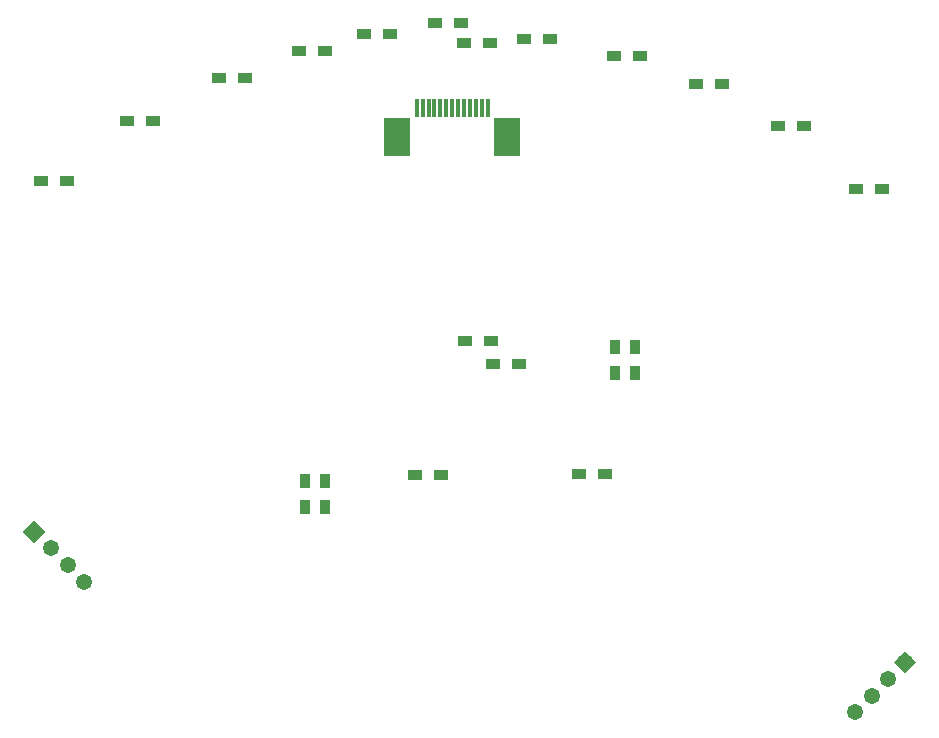
<source format=gts>
G04 #@! TF.GenerationSoftware,KiCad,Pcbnew,(5.0.0)*
G04 #@! TF.CreationDate,2020-04-07T20:47:50+09:00*
G04 #@! TF.ProjectId,rokisi_sensor,726F6B6973695F73656E736F722E6B69,rev?*
G04 #@! TF.SameCoordinates,PX4a62f80PY29020c0*
G04 #@! TF.FileFunction,Soldermask,Top*
G04 #@! TF.FilePolarity,Negative*
%FSLAX46Y46*%
G04 Gerber Fmt 4.6, Leading zero omitted, Abs format (unit mm)*
G04 Created by KiCad (PCBNEW (5.0.0)) date 04/07/20 20:47:50*
%MOMM*%
%LPD*%
G01*
G04 APERTURE LIST*
%ADD10R,1.200000X0.900000*%
%ADD11R,0.900000X1.200000*%
%ADD12R,0.300000X1.500000*%
%ADD13R,2.300000X3.300000*%
%ADD14C,1.350000*%
%ADD15C,0.100000*%
%ADD16C,1.350000*%
G04 APERTURE END LIST*
D10*
G04 #@! TO.C,R18*
X42000000Y-40500000D03*
X44200000Y-40500000D03*
G04 #@! TD*
G04 #@! TO.C,D1*
X43700000Y-2200000D03*
X45900000Y-2200000D03*
G04 #@! TD*
D11*
G04 #@! TO.C,D2*
X32700000Y-43200000D03*
X32700000Y-41000000D03*
G04 #@! TD*
G04 #@! TO.C,D3*
X60600000Y-29700000D03*
X60600000Y-31900000D03*
G04 #@! TD*
D12*
G04 #@! TO.C,J1*
X48140000Y-9445000D03*
X47640000Y-9445000D03*
X47140000Y-9445000D03*
X46640000Y-9445000D03*
X46140000Y-9445000D03*
X45640000Y-9445000D03*
D13*
X40490000Y-11895000D03*
X49790000Y-11895000D03*
D12*
X45140000Y-9445000D03*
X44140000Y-9445000D03*
X43640000Y-9445000D03*
X44640000Y-9445000D03*
X43140000Y-9445000D03*
X42640000Y-9445000D03*
X42140000Y-9445000D03*
G04 #@! TD*
D14*
G04 #@! TO.C,J2*
X83470000Y-56370000D03*
D15*
G36*
X82515406Y-56370000D02*
X83470000Y-55415406D01*
X84424594Y-56370000D01*
X83470000Y-57324594D01*
X82515406Y-56370000D01*
X82515406Y-56370000D01*
G37*
D14*
X82055786Y-57784214D03*
D16*
X82055786Y-57784214D02*
X82055786Y-57784214D01*
D14*
X80641573Y-59198427D03*
D16*
X80641573Y-59198427D02*
X80641573Y-59198427D01*
D14*
X79227359Y-60612641D03*
D16*
X79227359Y-60612641D02*
X79227359Y-60612641D01*
G04 #@! TD*
D14*
G04 #@! TO.C,J3*
X13994214Y-49544214D03*
D16*
X13994214Y-49544214D02*
X13994214Y-49544214D01*
D14*
X12580000Y-48130000D03*
D16*
X12580000Y-48130000D02*
X12580000Y-48130000D01*
D14*
X11165787Y-46715787D03*
D16*
X11165787Y-46715787D02*
X11165787Y-46715787D01*
D14*
X9751573Y-45301573D03*
D15*
G36*
X9751573Y-46256167D02*
X8796979Y-45301573D01*
X9751573Y-44346979D01*
X10706167Y-45301573D01*
X9751573Y-46256167D01*
X9751573Y-46256167D01*
G37*
G04 #@! TD*
D10*
G04 #@! TO.C,R1*
X39900000Y-3200000D03*
X37700000Y-3200000D03*
G04 #@! TD*
G04 #@! TO.C,R2*
X10300000Y-15600000D03*
X12500000Y-15600000D03*
G04 #@! TD*
G04 #@! TO.C,R3*
X48300000Y-3900000D03*
X46100000Y-3900000D03*
G04 #@! TD*
G04 #@! TO.C,R4*
X72700000Y-11000000D03*
X74900000Y-11000000D03*
G04 #@! TD*
D11*
G04 #@! TO.C,R8*
X34400000Y-41000000D03*
X34400000Y-43200000D03*
G04 #@! TD*
D10*
G04 #@! TO.C,R9*
X53400000Y-3600000D03*
X51200000Y-3600000D03*
G04 #@! TD*
G04 #@! TO.C,R10*
X17600000Y-10500000D03*
X19800000Y-10500000D03*
G04 #@! TD*
G04 #@! TO.C,R11*
X81500000Y-16300000D03*
X79300000Y-16300000D03*
G04 #@! TD*
D11*
G04 #@! TO.C,R12*
X58900000Y-29700000D03*
X58900000Y-31900000D03*
G04 #@! TD*
D10*
G04 #@! TO.C,R16*
X61000000Y-5000000D03*
X58800000Y-5000000D03*
G04 #@! TD*
G04 #@! TO.C,R17*
X25400000Y-6900000D03*
X27600000Y-6900000D03*
G04 #@! TD*
G04 #@! TO.C,R22*
X55900000Y-40400000D03*
X58100000Y-40400000D03*
G04 #@! TD*
G04 #@! TO.C,R23*
X68000000Y-7400000D03*
X65800000Y-7400000D03*
G04 #@! TD*
G04 #@! TO.C,R24*
X48400000Y-29200000D03*
X46200000Y-29200000D03*
G04 #@! TD*
G04 #@! TO.C,R25*
X34400000Y-4600000D03*
X32200000Y-4600000D03*
G04 #@! TD*
G04 #@! TO.C,R29*
X50800000Y-31100000D03*
X48600000Y-31100000D03*
G04 #@! TD*
M02*

</source>
